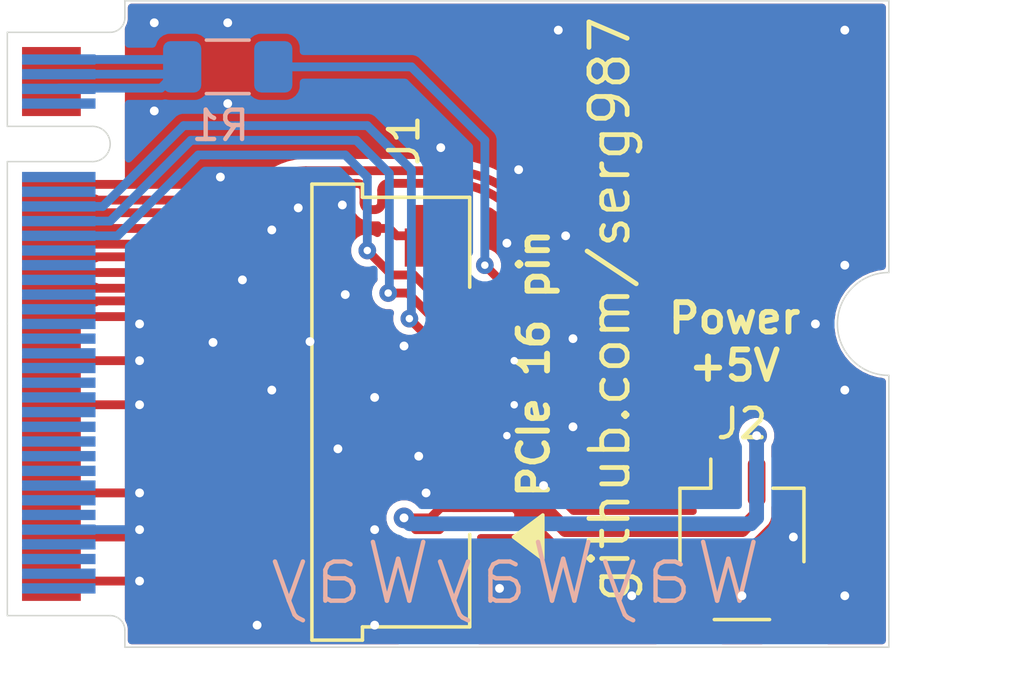
<source format=kicad_pcb>
(kicad_pcb (version 20241229) (generator "pcbnew") (generator_version "9.0")
  (layers (0 "F.Cu" signal) (2 "B.Cu" signal) (13 "F.Paste" user) (15 "B.Paste" user) (5 "F.SilkS" user "F.Silkscreen") (7 "B.SilkS" user "B.Silkscreen") (1 "F.Mask" user) (3 "B.Mask" user) (25 "Edge.Cuts" user))
  (net 0 "")
  (net 1 "GND")
  (net 2 "/PCIE_RX_N")
  (net 3 "/PCIE_RST_B")
  (net 4 "/PCIE_CLK_N")
  (net 5 "/PCIE_CLKREQ_N")
  (net 6 "/PCIE_RX_P")
  (net 7 "/PCIE_TX_N")
  (net 8 "/+5V")
  (net 9 "/PCIE_CLK_P")
  (net 10 "/PCIE_PWR_EN")
  (net 11 "/PCIE_TX_P")
  (net 12 "/PCIE_DET_WAKE")
  (net 56 "Net-(R1-Pad2)")
  (footprint "user_lib_fp:NGFF_M_LONG_NO_MASK" (layer "F.Cu") (at 90 100 -90)
    (property "Reference" "U1" (hide yes))
    (property "Value" "~" (hide yes))
    (fp_line (start -9.925 0) (end -6.725 0) (stroke (width 0.05)) (layer "Edge.Cuts"))
    (fp_line (start -6.725 0) (end -6.725 -2.9) (stroke (width 0.05)) (layer "Edge.Cuts"))
    (fp_line (start -5.525 0) (end 0 0) (stroke (width 0.05)) (layer "Edge.Cuts"))
    (fp_line (start 0 0) (end 9.925 0) (stroke (width 0.05)) (layer "Edge.Cuts"))
    (fp_line (start 9.925 0) (end 9.925 -3.5) (stroke (width 0.05)) (layer "Edge.Cuts"))
    (fp_line (start -5.525 -2.9) (end -5.525 0) (stroke (width 0.05)) (layer "Edge.Cuts"))
    (fp_line (start -9.925 -3.5) (end -9.925 0) (stroke (width 0.05)) (layer "Edge.Cuts"))
    (fp_line (start -11 -4) (end -10.425 -4) (stroke (width 0.05)) (layer "Edge.Cuts"))
    (fp_line (start 10.425 -4) (end 11 -4) (stroke (width 0.05)) (layer "Edge.Cuts"))
    (fp_arc (start -6.725 -2.9) (mid -6.125 -3.5) (end -5.525 -2.9) (stroke (width 0.05)) (layer "Edge.Cuts"))
    (fp_arc (start 9.925 -3.5) (mid 10.071447 -3.853553) (end 10.425 -4) (stroke (width 0.05)) (layer "Edge.Cuts"))
    (fp_arc (start -10.425 -4) (mid -10.071447 -3.853553) (end -9.925 -3.5) (stroke (width 0.05)) (layer "Edge.Cuts"))
    (pad "1" smd rect (at 9.25 -1.5 270) (size 0.35 2) (layers "F.Cu"))
    (pad "2" smd rect (at 9 -1.75 270) (size 0.35 2.5) (layers "B.Cu"))
    (pad "3" smd rect (at 8.75 -1.5 270) (size 0.35 2) (layers "F.Cu") (net 1 "GND"))
    (pad "4" smd rect (at 8.5 -1.75 270) (size 0.35 2.5) (layers "B.Cu"))
    (pad "5" smd rect (at 8.25 -1.5 270) (size 0.35 2) (layers "F.Cu"))
    (pad "6" smd rect (at 8 -1.75 270) (size 0.35 2.5) (layers "B.Cu"))
    (pad "7" smd rect (at 7.75 -1.5 270) (size 0.35 2) (layers "F.Cu"))
    (pad "8" smd rect (at 7.5 -1.75 270) (size 0.35 2.5) (layers "B.Cu"))
    (pad "9" smd rect (at 7.25 -1.5 270) (size 0.35 2) (layers "F.Cu") (net 1 "GND"))
    (pad "10" smd rect (at 7 -1.75 270) (size 0.35 2.5) (layers "B.Cu") (net 1 "GND"))
    (pad "11" smd rect (at 6.75 -1.5 270) (size 0.35 2) (layers "F.Cu"))
    (pad "12" smd rect (at 6.5 -1.75 270) (size 0.35 2.5) (layers "B.Cu"))
    (pad "13" smd rect (at 6.25 -1.5 270) (size 0.35 2) (layers "F.Cu"))
    (pad "14" smd rect (at 6 -1.75 270) (size 0.35 2.5) (layers "B.Cu"))
    (pad "15" smd rect (at 5.75 -1.5 270) (size 0.35 2) (layers "F.Cu") (net 1 "GND"))
    (pad "16" smd rect (at 5.5 -1.75 270) (size 0.35 2.5) (layers "B.Cu"))
    (pad "17" smd rect (at 5.25 -1.5 270) (size 0.35 2) (layers "F.Cu"))
    (pad "18" smd rect (at 5 -1.75 270) (size 0.35 2.5) (layers "B.Cu"))
    (pad "19" smd rect (at 4.75 -1.5 270) (size 0.35 2) (layers "F.Cu"))
    (pad "20" smd rect (at 4.5 -1.75 270) (size 0.35 2.5) (layers "B.Cu"))
    (pad "21" smd rect (at 4.25 -1.5 270) (size 0.35 2) (layers "F.Cu"))
    (pad "22" smd rect (at 4 -1.75 270) (size 0.35 2.5) (layers "B.Cu"))
    (pad "23" smd rect (at 3.75 -1.5 270) (size 0.35 2) (layers "F.Cu"))
    (pad "24" smd rect (at 3.5 -1.75 270) (size 0.35 2.5) (layers "B.Cu"))
    (pad "25" smd rect (at 3.25 -1.5 270) (size 0.35 2) (layers "F.Cu"))
    (pad "26" smd rect (at 3 -1.75 270) (size 0.35 2.5) (layers "B.Cu"))
    (pad "27" smd rect (at 2.75 -1.5 270) (size 0.35 2) (layers "F.Cu") (net 1 "GND"))
    (pad "28" smd rect (at 2.5 -1.75 270) (size 0.35 2.5) (layers "B.Cu"))
    (pad "29" smd rect (at 2.25 -1.5 270) (size 0.35 2) (layers "F.Cu"))
    (pad "30" smd rect (at 2 -1.75 270) (size 0.35 2.5) (layers "B.Cu"))
    (pad "31" smd rect (at 1.75 -1.5 270) (size 0.35 2) (layers "F.Cu"))
    (pad "32" smd rect (at 1.5 -1.75 270) (size 0.35 2.5) (layers "B.Cu"))
    (pad "33" smd rect (at 1.25 -1.5 270) (size 0.35 2) (layers "F.Cu") (net 1 "GND"))
    (pad "34" smd rect (at 1 -1.75 270) (size 0.35 2.5) (layers "B.Cu"))
    (pad "35" smd rect (at 0.75 -1.5 270) (size 0.35 2) (layers "F.Cu"))
    (pad "36" smd rect (at 0.5 -1.75 270) (size 0.35 2.5) (layers "B.Cu"))
    (pad "37" smd rect (at 0.25 -1.5 270) (size 0.35 2) (layers "F.Cu"))
    (pad "38" smd rect (at 0 -1.75 270) (size 0.35 2.5) (layers "B.Cu"))
    (pad "39" smd rect (at -0.25 -1.5 270) (size 0.35 2) (layers "F.Cu") (net 1 "GND"))
    (pad "40" smd rect (at -0.5 -1.75 270) (size 0.35 2.5) (layers "B.Cu"))
    (pad "41" smd rect (at -0.75 -1.5 270) (size 0.35 2) (layers "F.Cu") (net 6 "/PCIE_RX_P"))
    (pad "42" smd rect (at -1 -1.75 270) (size 0.35 2.5) (layers "B.Cu"))
    (pad "43" smd rect (at -1.25 -1.5 270) (size 0.35 2) (layers "F.Cu") (net 2 "/PCIE_RX_N"))
    (pad "44" smd rect (at -1.5 -1.75 270) (size 0.35 2.5) (layers "B.Cu"))
    (pad "45" smd rect (at -1.75 -1.5 270) (size 0.35 2) (layers "F.Cu") (net 1 "GND"))
    (pad "46" smd rect (at -2 -1.75 270) (size 0.35 2.5) (layers "B.Cu"))
    (pad "47" smd rect (at -2.25 -1.5 270) (size 0.35 2) (layers "F.Cu") (net 11 "/PCIE_TX_P"))
    (pad "48" smd rect (at -2.5 -1.75 270) (size 0.35 2.5) (layers "B.Cu"))
    (pad "49" smd rect (at -2.75 -1.5 270) (size 0.35 2) (layers "F.Cu") (net 7 "/PCIE_TX_N"))
    (pad "50" smd rect (at -3 -1.75 270) (size 0.35 2.5) (layers "B.Cu") (net 3 "/PCIE_RST_B"))
    (pad "51" smd rect (at -3.25 -1.5 270) (size 0.35 2) (layers "F.Cu") (net 1 "GND"))
    (pad "52" smd rect (at -3.5 -1.75 270) (size 0.35 2.5) (layers "B.Cu") (net 5 "/PCIE_CLKREQ_N"))
    (pad "53" smd rect (at -3.75 -1.5 270) (size 0.35 2) (layers "F.Cu") (net 4 "/PCIE_CLK_N"))
    (pad "54" smd rect (at -4 -1.75 270) (size 0.35 2.5) (layers "B.Cu") (net 12 "/PCIE_DET_WAKE"))
    (pad "55" smd rect (at -4.25 -1.5 270) (size 0.35 2) (layers "F.Cu") (net 9 "/PCIE_CLK_P"))
    (pad "56" smd rect (at -4.5 -1.75 270) (size 0.35 2.5) (layers "B.Cu"))
    (pad "57" smd rect (at -4.75 -1.5 270) (size 0.35 2) (layers "F.Cu") (net 1 "GND"))
    (pad "58" smd rect (at -5 -1.75 270) (size 0.35 2.5) (layers "B.Cu"))
    (pad "67" smd rect (at -7.25 -1.5 270) (size 0.35 2) (layers "F.Cu"))
    (pad "68" smd rect (at -7.5 -1.75 270) (size 0.35 2.5) (layers "B.Cu"))
    (pad "69" smd rect (at -7.75 -1.5 270) (size 0.35 2) (layers "F.Cu"))
    (pad "70" smd rect (at -8 -1.75 270) (size 0.35 2.5) (layers "B.Cu") (net 56 "Net-(R1-Pad2)"))
    (pad "71" smd rect (at -8.25 -1.5 270) (size 0.35 2) (layers "F.Cu") (net 1 "GND"))
    (pad "72" smd rect (at -8.5 -1.75 270) (size 0.35 2.5) (layers "B.Cu") (net 56 "Net-(R1-Pad2)"))
    (pad "73" smd rect (at -8.75 -1.5 270) (size 0.35 2) (layers "F.Cu") (net 1 "GND"))
    (pad "74" smd rect (at -9 -1.75 270) (size 0.35 2.5) (layers "B.Cu") (net 56 "Net-(R1-Pad2)"))
    (pad "75" smd rect (at -9.25 -1.5 270) (size 0.35 2) (layers "F.Cu"))
  )
  (footprint "Connector_JST:JST_SH_SM02B-SRSS-TB_1x02-1MP_P1.00mm_Horizontal" (layer "F.Cu") (at 115 107.375)
    (property "Reference" "J2" (at 0 -3.98 0) (layer "F.SilkS"))
    (property "Value" "Conn_01x02_MountingPin")
    (fp_line (start -2.11 -1.785) (end -1.06 -1.785) (stroke (width 0.12)) (layer "F.SilkS"))
    (fp_line (start -2.11 0.715) (end -2.11 -1.785) (stroke (width 0.12)) (layer "F.SilkS"))
    (fp_line (start -1.06 -1.785) (end -1.06 -2.775) (stroke (width 0.12)) (layer "F.SilkS"))
    (fp_line (start -0.94 2.685) (end 0.94 2.685) (stroke (width 0.12)) (layer "F.SilkS"))
    (fp_line (start 2.11 -1.785) (end 1.06 -1.785) (stroke (width 0.12)) (layer "F.SilkS"))
    (fp_line (start 2.11 0.715) (end 2.11 -1.785) (stroke (width 0.12)) (layer "F.SilkS"))
    (pad "1" smd roundrect (at -0.5 -2) (size 0.6 1.55) (layers "F.Cu" "F.Mask" "F.Paste") (net 1 "GND"))
    (pad "2" smd roundrect (at 0.5 -2) (size 0.6 1.55) (layers "F.Cu" "F.Mask" "F.Paste") (net 8 "/+5V"))
    (pad "MP" smd roundrect (at -1.8 1.875) (size 1.2 1.8) (layers "F.Cu" "F.Mask" "F.Paste") (roundrect_rratio 0.208333) (net 1 "GND"))
    (pad "MP" smd roundrect (at 1.8 1.875) (size 1.2 1.8) (layers "F.Cu" "F.Mask" "F.Paste") (roundrect_rratio 0.208333) (net 1 "GND"))
  )
  (footprint "user_lib_fp:Amphenol_F32Q-1A7x1-11016_1x16-1MP_P0.5mm_Horizontal-reversed" (layer "F.Cu") (at 102.725 103 -90)
    (property "Reference" "J1" (at -9.25 -0.775 90) (layer "F.SilkS"))
    (property "Value" "Conn_01x16_MountingPin")
    (fp_line (start -7.76 2.36) (end -7.76 0.64) (stroke (width 0.12)) (layer "F.SilkS"))
    (fp_line (start 7.76 2.36) (end -7.76 2.36) (stroke (width 0.12)) (layer "F.SilkS"))
    (fp_line (start -7.76 0.64) (end -7.31 0.64) (stroke (width 0.12)) (layer "F.SilkS"))
    (fp_line (start -7.31 0.64) (end -7.31 -3.01) (stroke (width 0.12)) (layer "F.SilkS"))
    (fp_line (start 7.31 0.64) (end 7.76 0.64) (stroke (width 0.12)) (layer "F.SilkS"))
    (fp_line (start 7.76 0.64) (end 7.76 2.36) (stroke (width 0.12)) (layer "F.SilkS"))
    (fp_line (start -7.31 -3.01) (end -4.25 -3.01) (stroke (width 0.12)) (layer "F.SilkS"))
    (fp_line (start 4.16 -3.01) (end 7.31 -3.01) (stroke (width 0.12)) (layer "F.SilkS"))
    (fp_line (start 7.31 -3.01) (end 7.31 0.64) (stroke (width 0.12)) (layer "F.SilkS"))
    (fp_poly (pts (xy 4.25 -4.5) (xy 3.5 -5.5) (xy 5 -5.5)) (stroke (width 0.12)) (fill yes) (layer "F.SilkS"))
    (pad "1" smd roundrect (at 3.75 -2.9 270) (size 0.3 1.1) (layers "F.Cu" "F.Mask" "F.Paste") (net 8 "/+5V"))
    (pad "2" smd roundrect (at 3.25 -2.9 270) (size 0.3 1.1) (layers "F.Cu" "F.Mask" "F.Paste") (net 8 "/+5V"))
    (pad "3" smd roundrect (at 2.75 -2.9 270) (size 0.3 1.1) (layers "F.Cu" "F.Mask" "F.Paste") (net 1 "GND"))
    (pad "4" smd roundrect (at 2.25 -2.9 270) (size 0.3 1.1) (layers "F.Cu" "F.Mask" "F.Paste") (net 9 "/PCIE_CLK_P"))
    (pad "5" smd roundrect (at 1.75 -2.9 270) (size 0.3 1.1) (layers "F.Cu" "F.Mask" "F.Paste") (net 4 "/PCIE_CLK_N"))
    (pad "6" smd roundrect (at 1.25 -2.9 270) (size 0.3 1.1) (layers "F.Cu" "F.Mask" "F.Paste") (net 1 "GND"))
    (pad "7" smd roundrect (at 0.75 -2.9 270) (size 0.3 1.1) (layers "F.Cu" "F.Mask" "F.Paste") (net 6 "/PCIE_RX_P"))
    (pad "8" smd roundrect (at 0.25 -2.9 270) (size 0.3 1.1) (layers "F.Cu" "F.Mask" "F.Paste") (net 2 "/PCIE_RX_N"))
    (pad "9" smd roundrect (at -0.25 -2.9 270) (size 0.3 1.1) (layers "F.Cu" "F.Mask" "F.Paste") (net 1 "GND"))
    (pad "10" smd roundrect (at -0.75 -2.9 270) (size 0.3 1.1) (layers "F.Cu" "F.Mask" "F.Paste") (net 11 "/PCIE_TX_P"))
    (pad "11" smd roundrect (at -1.25 -2.9 270) (size 0.3 1.1) (layers "F.Cu" "F.Mask" "F.Paste") (net 7 "/PCIE_TX_N"))
    (pad "12" smd roundrect (at -1.75 -2.9 270) (size 0.3 1.1) (layers "F.Cu" "F.Mask" "F.Paste") (net 1 "GND"))
    (pad "13" smd roundrect (at -2.25 -2.9 270) (size 0.3 1.1) (layers "F.Cu" "F.Mask" "F.Paste") (net 10 "/PCIE_PWR_EN"))
    (pad "14" smd roundrect (at -2.75 -2.9 270) (size 0.3 1.1) (layers "F.Cu" "F.Mask" "F.Paste") (net 12 "/PCIE_DET_WAKE"))
    (pad "15" smd roundrect (at -3.25 -2.9 270) (size 0.3 1.1) (layers "F.Cu" "F.Mask" "F.Paste") (net 5 "/PCIE_CLKREQ_N"))
    (pad "16" smd roundrect (at -3.75 -2.9 270) (size 0.3 1.1) (layers "F.Cu" "F.Mask" "F.Paste") (net 3 "/PCIE_RST_B"))
    (pad "MP" smd custom (at -6 -1.775 270) (size 1 1) (layers "F.Cu" "F.Mask" "F.Paste") (net 1 "GND") (options (clearance outline) (anchor circle)) (primitives (gr_poly (pts (xy 1.05 -0.975) (xy 1.05 0.975) (xy -0.25 0.975) (xy -0.25 0.625) (xy -1.05 0.625) (xy -1.05 -0.975)) (width 0) (fill yes))))
    (pad "MP" smd custom (at 6 -1.775 270) (size 1 1) (layers "F.Cu" "F.Mask" "F.Paste") (net 1 "GND") (options (clearance outline) (anchor circle)) (primitives (gr_poly (pts (xy -1.05 -0.975) (xy -1.05 0.975) (xy 0.25 0.975) (xy 0.25 0.625) (xy 1.05 0.625) (xy 1.05 -0.975)) (width 0) (fill yes))))
  )
  (footprint "Resistor_SMD:R_1206_3216Metric_Pad1.30x1.75mm_HandSolder" (layer "B.Cu") (at 97.5 91.25 180)
    (property "Reference" "R1" (at 0.25 -2 0) (layer "B.SilkS") (effects (justify mirror)))
    (property "Value" "10K")
    (fp_line (start -0.727064 0.91) (end 0.727064 0.91) (stroke (width 0.12)) (layer "B.SilkS"))
    (fp_line (start -0.727064 -0.91) (end 0.727064 -0.91) (stroke (width 0.12)) (layer "B.SilkS"))
    (pad "1" smd roundrect (at -1.55 0 180) (size 1.3 1.75) (layers "B.Cu" "B.Mask" "B.Paste") (roundrect_rratio 0.192308) (net 10 "/PCIE_PWR_EN"))
    (pad "2" smd roundrect (at 1.55 0 180) (size 1.3 1.75) (layers "B.Cu" "B.Mask" "B.Paste") (roundrect_rratio 0.192308) (net 56 "Net-(R1-Pad2)"))
  )
  (gr_line (start 120 111) (end 120 101.75) (stroke (width 0.05)) (layer "Edge.Cuts"))
  (gr_arc (start 120 101.75) (mid 118.25 100) (end 120 98.25) (stroke (width 0.05)) (layer "Edge.Cuts"))
  (gr_line (start 120 98.25) (end 120 89) (stroke (width 0.05)) (layer "Edge.Cuts"))
  (gr_line (start 94 111) (end 120 111) (stroke (width 0.05)) (layer "Edge.Cuts"))
  (gr_line (start 94 89) (end 120 89) (stroke (width 0.05)) (layer "Edge.Cuts"))
  (gr_text "PCIe 16 pin" (at 108.5 106 90) (layer "F.SilkS") (effects (font (size 1 1) (thickness 0.2) (bold yes)) (justify left bottom)))
  (gr_text "Power\n+5V" (at 114.75 102 0) (layer "F.SilkS") (effects (font (size 1 1) (thickness 0.2) (bold yes)) (justify bottom)))
  (gr_text "github.com/serg987" (at 110.5 99.5 90) (layer "F.SilkS") (effects (font (size 1.3 1.3) (thickness 0.1625))))
  (gr_text "WayWayWay" (at 107.25 108.5 0) (layer "B.SilkS") (effects (font (size 2 2)) (justify mirror)))
  (segment (start 96 95.158) (end 95.908 95.25) (width 0.3) (layer "F.Cu") (net 1))
  (segment (start 94.25 91.75) (end 95 92.5) (width 0.3) (layer "F.Cu") (net 1))
  (segment (start 104.5 109) (end 103.25 110.25) (width 0.3) (layer "F.Cu") (net 1))
  (segment (start 103.742641 102.75) (end 105.625 102.75) (width 0.3) (layer "F.Cu") (net 1))
  (segment (start 91.5 91.25) (end 94.5 91.25) (width 0.3) (layer "F.Cu") (net 1))
  (segment (start 96 110.25) (end 94.5 108.75) (width 0.3) (layer "F.Cu") (net 1))
  (segment (start 105.625 101.25) (end 107.25 101.25) (width 0.3) (layer "F.Cu") (net 1))
  (segment (start 91.5 108.75) (end 94.5 108.75) (width 0.3) (layer "F.Cu") (net 1))
  (segment (start 105.625 105.75) (end 108 105.75) (width 0.3) (layer "F.Cu") (net 1))
  (segment (start 103.25 110.25) (end 96 110.25) (width 0.3) (layer "F.Cu") (net 1))
  (segment (start 105.625 102.75) (end 107.25 102.75) (width 0.3) (layer "F.Cu") (net 1))
  (segment (start 103 96.75) (end 103.25 97) (width 0.3) (layer "F.Cu") (net 1))
  (segment (start 101.4 95.95) (end 101.4 96.4) (width 0.3) (layer "F.Cu") (net 1))
  (segment (start 94.5 91.25) (end 95 91.75) (width 0.3) (layer "F.Cu") (net 1))
  (segment (start 104.742641 101.25) (end 105.625 101.25) (width 0.3) (layer "F.Cu") (net 1))
  (segment (start 95 91.75) (end 95 92.75) (width 0.3) (layer "F.Cu") (net 1))
  (segment (start 97.092 95.158) (end 96 95.158) (width 0.3) (layer "F.Cu") (net 1))
  (segment (start 98.87868 99.12868) (end 101.621321 101.871321) (width 0.3) (layer "F.Cu") (net 1))
  (segment (start 103.25 97) (end 104.5 97) (width 0.3) (layer "F.Cu") (net 1))
  (segment (start 111.25 109.25) (end 113.2 109.25) (width 0.3) (layer "F.Cu") (net 1))
  (segment (start 91.5 102.75) (end 94.5 102.75) (width 0.3) (layer "F.Cu") (net 1))
  (segment (start 106.5 104.25) (end 105.625 104.25) (width 0.3) (layer "F.Cu") (net 1))
  (segment (start 104.5 109) (end 111 109) (width 0.3) (layer "F.Cu") (net 1))
  (segment (start 91.5 101.25) (end 94.5 101.25) (width 0.3) (layer "F.Cu") (net 1))
  (segment (start 107 103.8) (end 106.95 103.8) (width 0.3) (layer "F.Cu") (net 1))
  (segment (start 91.5 98.25) (end 96.757359 98.25) (width 0.3) (layer "F.Cu") (net 1))
  (segment (start 101.75 96.75) (end 103 96.75) (width 0.3) (layer "F.Cu") (net 1))
  (segment (start 91.5 91.75) (end 94.25 91.75) (width 0.3) (layer "F.Cu") (net 1))
  (segment (start 108 105.75) (end 108.25 105.5) (width 0.3) (layer "F.Cu") (net 1))
  (segment (start 95 92.5) (end 95 92.75) (width 0.3) (layer "F.Cu") (net 1))
  (segment (start 97.25 95) (end 97.092 95.158) (width 0.3) (layer "F.Cu") (net 1))
  (segment (start 91.5 107.25) (end 94.25 107.25) (width 0.3) (layer "F.Cu") (net 1))
  (segment (start 94.25 107.25) (end 94.5 107) (width 0.3) (layer "F.Cu") (net 1))
  (segment (start 105.625 105.75) (end 104.25 105.75) (width 0.3) (layer "F.Cu") (net 1))
  (segment (start 101.25 104.25) (end 105.625 104.25) (width 0.3) (layer "F.Cu") (net 1))
  (segment (start 106.95 103.8) (end 106.5 104.25) (width 0.3) (layer "F.Cu") (net 1))
  (segment (start 97.62868 100.62868) (end 101.25 104.25) (width 0.3) (layer "F.Cu") (net 1))
  (segment (start 91.5 96.75) (end 97.757359 96.75) (width 0.3) (layer "F.Cu") (net 1))
  (segment (start 101.4 96.4) (end 101.75 96.75) (width 0.3) (layer "F.Cu") (net 1))
  (segment (start 111 109) (end 111.25 109.25) (width 0.3) (layer "F.Cu") (net 1))
  (segment (start 99.87868 97.62868) (end 102.621321 100.371321) (width 0.3) (layer "F.Cu") (net 1))
  (segment (start 91.5 105.75) (end 94.5 105.75) (width 0.3) (layer "F.Cu") (net 1))
  (segment (start 95.908 95.25) (end 91.5 95.25) (width 0.3) (layer "F.Cu") (net 1))
  (segment (start 91.5 99.75) (end 95.507359 99.75) (width 0.3) (layer "F.Cu") (net 1))
  (via (at 97 100.62868) (size 0.7) (drill 0.3) (layers "F.Cu" "B.Cu") (net 1))
  (via (at 104.75 94) (size 0.7) (drill 0.3) (layers "F.Cu" "B.Cu") (net 1))
  (via (at 94.5 108.75) (size 0.7) (drill 0.3) (layers "F.Cu" "B.Cu") (net 1))
  (via (at 109.25 100.5) (size 0.7) (drill 0.3) (layers "F.Cu" "B.Cu") (net 1))
  (via (at 98.5 110.25) (size 0.7) (drill 0.3) (layers "F.Cu" "B.Cu") (net 1))
  (via (at 102.5 110.25) (size 0.7) (drill 0.3) (layers "F.Cu" "B.Cu") (net 1))
  (via (at 104 104.5) (size 0.7) (drill 0.3) (layers "F.Cu" "B.Cu") (net 1))
  (via (at 94.5 102.75) (size 0.7) (drill 0.3) (layers "F.Cu" "B.Cu") (net 1))
  (via (at 118.5 98) (size 0.7) (drill 0.3) (layers "F.Cu" "B.Cu") (net 1))
  (via (at 115 109.25) (size 0.7) (drill 0.3) (layers "F.Cu" "B.Cu") (net 1))
  (via (at 102.5 102.5) (size 0.7) (drill 0.3) (layers "F.Cu" "B.Cu") (net 1))
  (via (at 118.5 90) (size 0.7) (drill 0.3) (layers "F.Cu" "B.Cu") (net 1))
  (via (at 101.5 99) (size 0.7) (drill 0.3) (layers "F.Cu" "B.Cu") (net 1))
  (via (at 116.75 107.25) (size 0.7) (drill 0.3) (layers "F.Cu" "B.Cu") (net 1))
  (via (at 94.5 105.75) (size 0.7) (drill 0.3) (layers "F.Cu" "B.Cu") (net 1))
  (via (at 98 98.5) (size 0.7) (drill 0.3) (layers "F.Cu" "B.Cu") (net 1))
  (via (at 111.25 109.25) (size 0.7) (drill 0.3) (layers "F.Cu" "B.Cu") (net 1))
  (via (at 99 102.25) (size 0.7) (drill 0.3) (layers "F.Cu" "B.Cu") (net 1))
  (via (at 109.25 103.5) (size 0.7) (drill 0.3) (layers "F.Cu" "B.Cu") (net 1))
  (via (at 107.25 102.75) (size 0.508) (drill 0.254) (layers "F.Cu" "B.Cu") (net 1))
  (via (at 100.3 100.6) (size 0.7) (drill 0.3) (layers "F.Cu" "B.Cu") (net 1))
  (via (at 109 97) (size 0.7) (drill 0.3) (layers "F.Cu" "B.Cu") (net 1))
  (via (at 97.5 92.5) (size 0.65) (drill 0.3) (layers "F.Cu" "B.Cu") (net 1))
  (via (at 94.5 100) (size 0.7) (drill 0.3) (layers "F.Cu" "B.Cu") (net 1))
  (via (at 99 96.8) (size 0.7) (drill 0.3) (layers "F.Cu" "B.Cu") (net 1))
  (via (at 118.5 109.25) (size 0.7) (drill 0.3) (layers "F.Cu" "B.Cu") (net 1))
  (via (at 101.4 95.95) (size 0.6) (drill 0.3) (layers "F.Cu" "B.Cu") (net 1))
  (via (at 108.25 105.5) (size 0.7) (drill 0.3) (layers "F.Cu" "B.Cu") (net 1))
  (via (at 104.25 105.75) (size 0.7) (drill 0.3) (layers "F.Cu" "B.Cu") (net 1))
  (via (at 97.25 95) (size 0.7) (drill 0.3) (layers "F.Cu" "B.Cu") (net 1))
  (via (at 107.25 101.25) (size 0.508) (drill 0.254) (layers "F.Cu" "B.Cu") (net 1))
  (via (at 107 97.25) (size 0.7) (drill 0.3) (layers "F.Cu" "B.Cu") (net 1))
  (via (at 118.5 102.25) (size 0.7) (drill 0.3) (layers "F.Cu" "B.Cu") (net 1))
  (via (at 94.5 101.25) (size 0.7) (drill 0.3) (layers "F.Cu" "B.Cu") (net 1))
  (via (at 107 103.8) (size 0.508) (drill 0.254) (layers "F.Cu" "B.Cu") (net 1))
  (via (at 101.25 104.25) (size 0.7) (drill 0.3) (layers "F.Cu" "B.Cu") (net 1))
  (via (at 107.4 94.75) (size 0.7) (drill 0.3) (layers "F.Cu" "B.Cu") (net 1))
  (via (at 97.5 89.75) (size 0.7) (drill 0.3) (layers "F.Cu" "B.Cu") (net 1))
  (via (at 108.75 90) (size 0.7) (drill 0.3) (layers "F.Cu" "B.Cu") (net 1))
  (via (at 103.5 100.75) (size 0.7) (drill 0.3) (layers "F.Cu" "B.Cu") (net 1))
  (via (at 99.9 96.05) (size 0.7) (drill 0.3) (layers "F.Cu" "B.Cu") (net 1))
  (via (at 95 89.75) (size 0.7) (drill 0.3) (layers "F.Cu" "B.Cu") (net 1))
  (via (at 95 92.75) (size 0.7) (drill 0.3) (layers "F.Cu" "B.Cu") (net 1))
  (via (at 106.75 109) (size 0.7) (drill 0.3) (layers "F.Cu" "B.Cu") (net 1))
  (via (at 117.5 100) (size 0.7) (drill 0.3) (layers "F.Cu" "B.Cu") (net 1))
  (via (at 102.5 107) (size 0.7) (drill 0.3) (layers "F.Cu" "B.Cu") (net 1))
  (via (at 94.5 107) (size 0.7) (drill 0.3) (layers "F.Cu" "B.Cu") (net 1))
  (arc (start 101.621321 101.871321) (mid 102.594591 102.521639) (end 103.742641 102.75) (width 0.3) (layer "F.Cu") (net 1))
  (arc (start 104.742641 101.25) (mid 103.594591 101.021639) (end 102.621321 100.371321) (width 0.3) (layer "F.Cu") (net 1))
  (arc (start 97.62868 100.62868) (mid 96.65541 99.978361) (end 95.507359 99.75) (width 0.3) (layer "F.Cu") (net 1))
  (arc (start 98.87868 99.12868) (mid 97.90541 98.478361) (end 96.757359 98.25) (width 0.3) (layer "F.Cu") (net 1))
  (arc (start 97.757359 96.75) (mid 98.90541 96.978362) (end 99.87868 97.62868) (width 0.3) (layer "F.Cu") (net 1))
  (segment (start 91.75 107) (end 94.5 107) (width 0.3) (layer "B.Cu") (net 1))
  (segment (start 104.764999 103.285) (end 104.799999 103.25) (width 0.3) (layer "F.Cu") (net 2))
  (segment (start 93.035001 98.785) (end 96.096415 98.785) (width 0.3) (layer "F.Cu") (net 2))
  (segment (start 93.000001 98.75) (end 93.035001 98.785) (width 0.3) (layer "F.Cu") (net 2))
  (segment (start 103.081697 103.285) (end 104.764999 103.285) (width 0.3) (layer "F.Cu") (net 2))
  (segment (start 91.5 98.75) (end 93.000001 98.75) (width 0.3) (layer "F.Cu") (net 2))
  (segment (start 98.217736 99.66368) (end 100.960377 102.406321) (width 0.3) (layer "F.Cu") (net 2))
  (segment (start 104.799999 103.25) (end 105.625 103.25) (width 0.3) (layer "F.Cu") (net 2))
  (arc (start 98.217736 99.66368) (mid 97.244466 99.013361) (end 96.096415 98.785) (width 0.3) (layer "F.Cu") (net 2))
  (arc (start 100.960377 102.406321) (mid 101.933647 103.056639) (end 103.081697 103.285) (width 0.3) (layer "F.Cu") (net 2))
  (segment (start 103.083 98.333) (end 103.833 98.333) (width 0.3) (layer "F.Cu") (net 3))
  (segment (start 103.833 98.333) (end 104.75 99.25) (width 0.3) (layer "F.Cu") (net 3))
  (segment (start 104.75 99.25) (end 105.625 99.25) (width 0.3) (layer "F.Cu") (net 3))
  (segment (start 102.25 97.5) (end 103.083 98.333) (width 0.3) (layer "F.Cu") (net 3))
  (via (at 102.25 97.5) (size 0.6) (drill 0.254) (layers "F.Cu" "B.Cu") (net 3))
  (segment (start 102.25 95) (end 101.5 94.25) (width 0.3) (layer "B.Cu") (net 3))
  (segment (start 101.5 94.25) (end 96.5 94.25) (width 0.3) (layer "B.Cu") (net 3))
  (segment (start 93.75 97) (end 91.75 97) (width 0.3) (layer "B.Cu") (net 3))
  (segment (start 102.25 97.5) (end 102.25 95) (width 0.3) (layer "B.Cu") (net 3))
  (segment (start 96.5 94.25) (end 93.75 97) (width 0.3) (layer "B.Cu") (net 3))
  (segment (start 108.035 98.215) (end 108.035 98.445464) (width 0.3) (layer "F.Cu") (net 4))
  (segment (start 106.450001 104.75) (end 105.625 104.75) (width 0.3) (layer "F.Cu") (net 4))
  (segment (start 106.485001 104.785) (end 106.450001 104.75) (width 0.3) (layer "F.Cu") (net 4))
  (segment (start 104.682873 95.215) (end 105.035 95.215) (width 0.3) (layer "F.Cu") (net 4))
  (segment (start 108.035 98.445464) (end 108.035 98.568507) (width 0.3) (layer "F.Cu") (net 4))
  (segment (start 103.099042 95.215) (end 104.682873 95.215) (width 0.3) (layer "F.Cu") (net 4))
  (segment (start 106.535 104.785) (end 106.485001 104.785) (width 0.3) (layer "F.Cu") (net 4))
  (segment (start 91.5 96.25) (end 93.000001 96.25) (width 0.3) (layer "F.Cu") (net 4))
  (segment (start 102.379042 96.109405) (end 102.499042 96.109405) (width 0.3) (layer "F.Cu") (net 4))
  (segment (start 102.139042 95.455) (end 102.139042 95.869405) (width 0.3) (layer "F.Cu") (net 4))
  (segment (start 102.739042 95.869405) (end 102.739042 95.455) (width 0.3) (layer "F.Cu") (net 4))
  (segment (start 99.116264 95.687792) (end 99.149716 95.65434) (width 0.3) (layer "F.Cu") (net 4))
  (segment (start 102.979042 95.215) (end 103.099042 95.215) (width 0.3) (layer "F.Cu") (net 4))
  (segment (start 93.035001 96.215) (end 97.843472 96.215) (width 0.3) (layer "F.Cu") (net 4))
  (segment (start 100.210376 95.215) (end 101.899042 95.215) (width 0.3) (layer "F.Cu") (net 4))
  (segment (start 108.035 98.568507) (end 108.035 103.285) (width 0.3) (layer "F.Cu") (net 4))
  (segment (start 93.000001 96.25) (end 93.035001 96.215) (width 0.3) (layer "F.Cu") (net 4))
  (arc (start 102.139042 95.869405) (mid 102.209336 96.039111) (end 102.379042 96.109405) (width 0.3) (layer "F.Cu") (net 4))
  (arc (start 102.499042 96.109405) (mid 102.668748 96.039111) (end 102.739042 95.869405) (width 0.3) (layer "F.Cu") (net 4))
  (arc (start 97.843472 96.215) (mid 98.532302 96.077983) (end 99.116264 95.687792) (width 0.3) (layer "F.Cu") (net 4))
  (arc (start 108.035 103.285) (mid 107.59566 104.34566) (end 106.535 104.785) (width 0.3) (layer "F.Cu") (net 4))
  (arc (start 99.149716 95.65434) (mid 99.636351 95.329181) (end 100.210376 95.215) (width 0.3) (layer "F.Cu") (net 4))
  (arc (start 105.035 95.215) (mid 107.15632 96.09368) (end 108.035 98.215) (width 0.3) (layer "F.Cu") (net 4))
  (arc (start 101.899042 95.215) (mid 102.068748 95.285294) (end 102.139042 95.455) (width 0.3) (layer "F.Cu") (net 4))
  (arc (start 102.739042 95.455) (mid 102.809336 95.285294) (end 102.979042 95.215) (width 0.3) (layer "F.Cu") (net 4))
  (segment (start 105.625 99.75) (end 104.430704 99.75) (width 0.3) (layer "F.Cu") (net 5))
  (segment (start 104.430704 99.75) (end 103.628642 98.947938) (width 0.3) (layer "F.Cu") (net 5))
  (segment (start 103.628642 98.947938) (end 102.960602 98.947938) (width 0.3) (layer "F.Cu") (net 5))
  (via (at 102.960602 98.947938) (size 0.6) (drill 0.254) (layers "F.Cu" "B.Cu") (net 5))
  (segment (start 102.960602 98.947938) (end 103 98.90854) (width 0.3) (layer "B.Cu") (net 5))
  (segment (start 103 94.875) (end 101.875 93.75) (width 0.3) (layer "B.Cu") (net 5))
  (segment (start 93.5 96.5) (end 91.75 96.5) (width 0.3) (layer "B.Cu") (net 5))
  (segment (start 103 98.90854) (end 103 94.875) (width 0.3) (layer "B.Cu") (net 5))
  (segment (start 101.875 93.75) (end 96.25 93.75) (width 0.3) (layer "B.Cu") (net 5))
  (segment (start 96.25 93.75) (end 93.5 96.5) (width 0.3) (layer "B.Cu") (net 5))
  (segment (start 104.799999 103.75) (end 105.625 103.75) (width 0.3) (layer "F.Cu") (net 6))
  (segment (start 91.5 99.25) (end 93.000001 99.25) (width 0.3) (layer "F.Cu") (net 6))
  (segment (start 98.039624 100.09368) (end 100.782265 102.836321) (width 0.3) (layer "F.Cu") (net 6))
  (segment (start 104.764999 103.715) (end 104.799999 103.75) (width 0.3) (layer "F.Cu") (net 6))
  (segment (start 93.000001 99.25) (end 93.035001 99.215) (width 0.3) (layer "F.Cu") (net 6))
  (segment (start 102.903585 103.715) (end 104.764999 103.715) (width 0.3) (layer "F.Cu") (net 6))
  (segment (start 93.035001 99.215) (end 95.918303 99.215) (width 0.3) (layer "F.Cu") (net 6))
  (arc (start 98.039624 100.09368) (mid 97.066354 99.443361) (end 95.918303 99.215) (width 0.3) (layer "F.Cu") (net 6))
  (arc (start 100.782265 102.836321) (mid 101.755535 103.486639) (end 102.903585 103.715) (width 0.3) (layer "F.Cu") (net 6))
  (segment (start 104.581697 101.785) (end 104.764999 101.785) (width 0.3) (layer "F.Cu") (net 7))
  (segment (start 91.5 97.25) (end 93.000001 97.25) (width 0.3) (layer "F.Cu") (net 7))
  (segment (start 93.000001 97.25) (end 93.035001 97.285) (width 0.3) (layer "F.Cu") (net 7))
  (segment (start 99.717736 98.16368) (end 102.460377 100.906321) (width 0.3) (layer "F.Cu") (net 7))
  (segment (start 104.764999 101.785) (end 104.799999 101.75) (width 0.3) (layer "F.Cu") (net 7))
  (segment (start 93.035001 97.285) (end 97.596415 97.285) (width 0.3) (layer "F.Cu") (net 7))
  (segment (start 104.799999 101.75) (end 105.625 101.75) (width 0.3) (layer "F.Cu") (net 7))
  (arc (start 104.581697 101.785) (mid 103.433647 101.556639) (end 102.460377 100.906321) (width 0.3) (layer "F.Cu") (net 7))
  (arc (start 99.717736 98.16368) (mid 98.744466 97.513361) (end 97.596415 97.285) (width 0.3) (layer "F.Cu") (net 7))
  (segment (start 107.25 106.25) (end 107.5 106.5) (width 0.3) (layer "F.Cu") (net 8))
  (segment (start 105.625 106.75) (end 107.25 106.75) (width 0.3) (layer "F.Cu") (net 8))
  (segment (start 104.4 106.6) (end 103.5 106.6) (width 0.3) (layer "F.Cu") (net 8))
  (segment (start 107.5 106.5) (end 108.5 106.5) (width 0.5) (layer "F.Cu") (net 8))
  (segment (start 104.95 106.75) (end 104.7 107) (width 0.3) (layer "F.Cu") (net 8))
  (segment (start 104.7 107) (end 103.9 107) (width 0.3) (layer "F.Cu") (net 8))
  (segment (start 115 107) (end 115.5 106.5) (width 0.5) (layer "F.Cu") (net 8))
  (segment (start 105.625 106.25) (end 107.25 106.25) (width 0.3) (layer "F.Cu") (net 8))
  (segment (start 108.5 106.5) (end 109 107) (width 0.5) (layer "F.Cu") (net 8))
  (segment (start 103.9 107) (end 103.5 106.6) (width 0.3) (layer "F.Cu") (net 8))
  (segment (start 109 107) (end 115 107) (width 0.5) (layer "F.Cu") (net 8))
  (segment (start 105.625 106.25) (end 104.75 106.25) (width 0.3) (layer "F.Cu") (net 8))
  (segment (start 115.5 106.5) (end 115.5 105.375) (width 0.5) (layer "F.Cu") (net 8))
  (segment (start 115.5 105.375) (end 115.5 103.8) (width 0.5) (layer "F.Cu") (net 8))
  (segment (start 105.625 106.75) (end 104.95 106.75) (width 0.3) (layer "F.Cu") (net 8))
  (segment (start 104.75 106.25) (end 104.4 106.6) (width 0.3) (layer "F.Cu") (net 8))
  (segment (start 107.25 106.75) (end 107.5 106.5) (width 0.3) (layer "F.Cu") (net 8))
  (via (at 103.5 106.6) (size 0.7) (drill 0.3) (layers "F.Cu" "B.Cu") (net 8))
  (via (at 115.5 103.8) (size 0.7) (drill 0.3) (layers "F.Cu" "B.Cu") (net 8))
  (segment (start 115.3 106.8) (end 103.7 106.8) (width 0.5) (layer "B.Cu") (net 8))
  (segment (start 115.5 106.6) (end 115.3 106.8) (width 0.5) (layer "B.Cu") (net 8))
  (segment (start 103.7 106.8) (end 103.5 106.6) (width 0.5) (layer "B.Cu") (net 8))
  (segment (start 115.5 103.8) (end 115.5 106.6) (width 0.5) (layer "B.Cu") (net 8))
  (segment (start 108.465 103.415) (end 108.465 98.285) (width 0.3) (layer "F.Cu") (net 9))
  (segment (start 97.789624 95.785) (end 93.035001 95.785) (width 0.3) (layer "F.Cu") (net 9))
  (segment (start 106.450001 105.25) (end 106.485001 105.215) (width 0.3) (layer "F.Cu") (net 9))
  (segment (start 106.485001 105.215) (end 106.665 105.215) (width 0.3) (layer "F.Cu") (net 9))
  (segment (start 104.965 94.785) (end 100.156528 94.785) (width 0.3) (layer "F.Cu") (net 9))
  (segment (start 93.035001 95.785) (end 93.000001 95.75) (width 0.3) (layer "F.Cu") (net 9))
  (segment (start 93.000001 95.75) (end 91.5 95.75) (width 0.3) (layer "F.Cu") (net 9))
  (segment (start 98.883736 95.312208) (end 98.850284 95.34566) (width 0.3) (layer "F.Cu") (net 9))
  (segment (start 105.625 105.25) (end 106.450001 105.25) (width 0.3) (layer "F.Cu") (net 9))
  (arc (start 98.850284 95.34566) (mid 98.363649 95.670819) (end 97.789624 95.785) (width 0.3) (layer "F.Cu") (net 9))
  (arc (start 106.665 105.215) (mid 107.937792 104.687792) (end 108.465 103.415) (width 0.3) (layer "F.Cu") (net 9))
  (arc (start 108.465 98.285) (mid 107.439874 95.810126) (end 104.965 94.785) (width 0.3) (layer "F.Cu") (net 9))
  (arc (start 98.883736 95.312208) (mid 99.467698 94.922017) (end 100.156528 94.785) (width 0.3) (layer "F.Cu") (net 9))
  (segment (start 106.25 100.75) (end 106.75 100.25) (width 0.3) (layer "F.Cu") (net 10))
  (segment (start 106.75 98.5) (end 106.25 98) (width 0.3) (layer "F.Cu") (net 10))
  (segment (start 106.75 100.25) (end 106.75 98.5) (width 0.3) (layer "F.Cu") (net 10))
  (segment (start 105.625 100.75) (end 106.25 100.75) (width 0.3) (layer "F.Cu") (net 10))
  (via (at 106.25 98) (size 0.6) (drill 0.254) (layers "F.Cu" "B.Cu") (net 10))
  (segment (start 104.378 91.878) (end 103.75 91.25) (width 0.3) (layer "B.Cu") (net 10))
  (segment (start 106.25 98) (end 106.25 93.75) (width 0.3) (layer "B.Cu") (net 10))
  (segment (start 103.75 91.25) (end 99.05 91.25) (width 0.3) (layer "B.Cu") (net 10))
  (segment (start 106.25 93.75) (end 104.378 91.878) (width 0.3) (layer "B.Cu") (net 10))
  (segment (start 91.5 97.75) (end 93.000001 97.75) (width 0.3) (layer "F.Cu") (net 11))
  (segment (start 93.000001 97.75) (end 93.035001 97.715) (width 0.3) (layer "F.Cu") (net 11))
  (segment (start 104.799999 102.25) (end 105.625 102.25) (width 0.3) (layer "F.Cu") (net 11))
  (segment (start 104.764999 102.215) (end 104.799999 102.25) (width 0.3) (layer "F.Cu") (net 11))
  (segment (start 104.403585 102.215) (end 104.764999 102.215) (width 0.3) (layer "F.Cu") (net 11))
  (segment (start 93.035001 97.715) (end 97.418303 97.715) (width 0.3) (layer "F.Cu") (net 11))
  (segment (start 99.539624 98.59368) (end 102.282265 101.336321) (width 0.3) (layer "F.Cu") (net 11))
  (arc (start 102.282265 101.336321) (mid 103.255535 101.986639) (end 104.403585 102.215) (width 0.3) (layer "F.Cu") (net 11))
  (arc (start 97.418303 97.715) (mid 98.566354 97.943362) (end 99.539624 98.59368) (width 0.3) (layer "F.Cu") (net 11))
  (segment (start 104.113288 100.25) (end 105.625 100.25) (width 0.3) (layer "F.Cu") (net 12))
  (segment (start 103.681644 99.818356) (end 104.113288 100.25) (width 0.3) (layer "F.Cu") (net 12))
  (via (at 103.681644 99.818356) (size 0.6) (drill 0.254) (layers "F.Cu" "B.Cu") (net 12))
  (segment (start 103.75 99.75) (end 103.75 94.75) (width 0.3) (layer "B.Cu") (net 12))
  (segment (start 103.75 94.75) (end 102.25 93.25) (width 0.3) (layer "B.Cu") (net 12))
  (segment (start 96 93.25) (end 93.25 96) (width 0.3) (layer "B.Cu") (net 12))
  (segment (start 103.681644 99.818356) (end 103.75 99.75) (width 0.3) (layer "B.Cu") (net 12))
  (segment (start 93.25 96) (end 91.75 96) (width 0.3) (layer "B.Cu") (net 12))
  (segment (start 102.25 93.25) (end 96 93.25) (width 0.3) (layer "B.Cu") (net 12))
  (segment (start 91.75 91.5) (end 95.7 91.5) (width 0.3) (layer "B.Cu") (net 56))
  (segment (start 95.95 91.25) (end 95.226 91.974) (width 0.3) (layer "B.Cu") (net 56))
  (segment (start 91.75 91) (end 95.7 91) (width 0.3) (layer "B.Cu") (net 56))
  (segment (start 95.7 91) (end 95.95 91.25) (width 0.3) (layer "B.Cu") (net 56))
  (segment (start 95.226 91.974) (end 91.75 91.974) (width 0.3) (layer "B.Cu") (net 56))
  (segment (start 95.7 91.5) (end 95.95 91.25) (width 0.3) (layer "B.Cu") (net 56))
  (zone (net 1) (net_name "GND") (layers "F.Cu" "B.Cu") (connect_pads (clearance 0.25)) (min_thickness 0.25) (fill yes (thermal_gap 0.8) (thermal_bridge_width 0.5))
    (polygon (pts (xy 94 89) (xy 94 111) (xy 120 111) (xy 120 89)))
  )
  (zone (net 0) (net_name "") (layer "B.Cu") (connect_pads (clearance 0)) (min_thickness 0.25)
    (keepout (tracks not_allowed) (vias not_allowed) (pads not_allowed) (copperpour not_allowed) (footprints allowed))
    (fill (thermal_gap 0.5) (thermal_bridge_width 0.5))
    (polygon (pts (xy 98.227064 92.16) (xy 96.772936 92.16) (xy 96.772936 90.34) (xy 98.227064 90.34)))
  )
)
</source>
